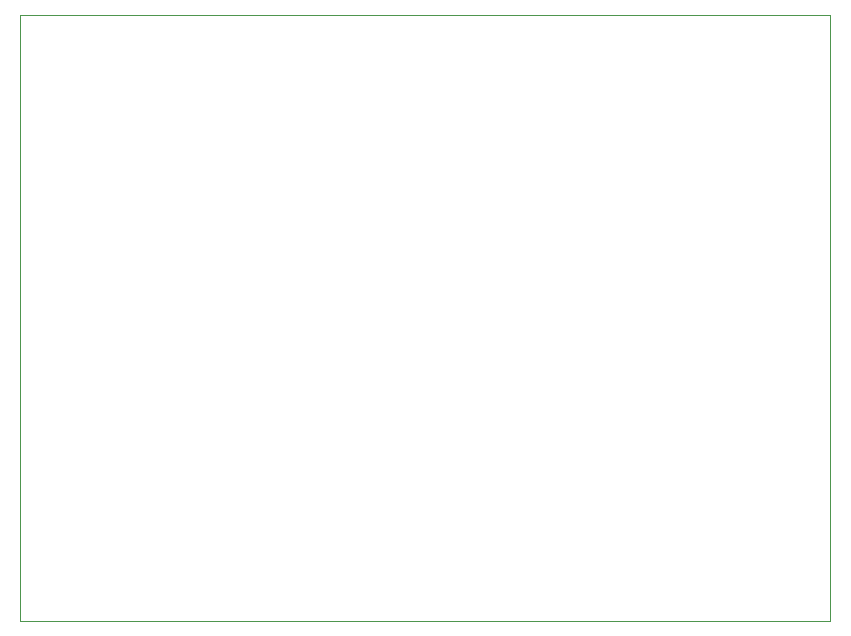
<source format=gbr>
%TF.GenerationSoftware,Altium Limited,Altium Designer,23.0.1 (38)*%
G04 Layer_Color=0*
%FSLAX45Y45*%
%MOMM*%
%TF.SameCoordinates,E21AF8FC-8B61-408E-9598-FC2968858709*%
%TF.FilePolarity,Positive*%
%TF.FileFunction,Profile,NP*%
%TF.Part,Single*%
G01*
G75*
%TA.AperFunction,Profile*%
%ADD44C,0.02540*%
D44*
X9537700Y10172700D02*
Y5041900D01*
X2679700D01*
Y10172700D01*
X9537700D01*
%TF.MD5,ff162b7104f136a96158aca5bc93df2a*%
M02*

</source>
